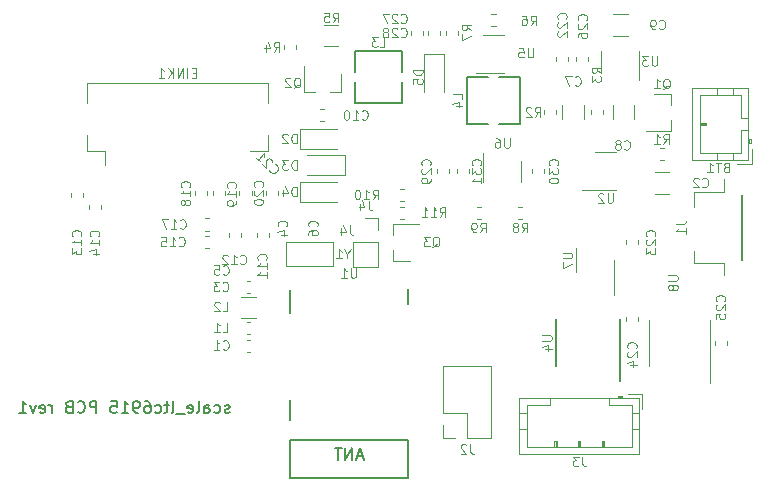
<source format=gbo>
G04 #@! TF.GenerationSoftware,KiCad,Pcbnew,5.1.5-52549c5~84~ubuntu18.04.1*
G04 #@! TF.CreationDate,2020-03-10T17:59:31+05:30*
G04 #@! TF.ProjectId,scale_ltc6915,7363616c-655f-46c7-9463-363931352e6b,rev?*
G04 #@! TF.SameCoordinates,Original*
G04 #@! TF.FileFunction,Legend,Bot*
G04 #@! TF.FilePolarity,Positive*
%FSLAX46Y46*%
G04 Gerber Fmt 4.6, Leading zero omitted, Abs format (unit mm)*
G04 Created by KiCad (PCBNEW 5.1.5-52549c5~84~ubuntu18.04.1) date 2020-03-10 17:59:31*
%MOMM*%
%LPD*%
G04 APERTURE LIST*
%ADD10C,0.150000*%
%ADD11C,0.120000*%
G04 APERTURE END LIST*
D10*
X35904761Y-44404761D02*
X35809523Y-44452380D01*
X35619047Y-44452380D01*
X35523809Y-44404761D01*
X35476190Y-44309523D01*
X35476190Y-44261904D01*
X35523809Y-44166666D01*
X35619047Y-44119047D01*
X35761904Y-44119047D01*
X35857142Y-44071428D01*
X35904761Y-43976190D01*
X35904761Y-43928571D01*
X35857142Y-43833333D01*
X35761904Y-43785714D01*
X35619047Y-43785714D01*
X35523809Y-43833333D01*
X34619047Y-44404761D02*
X34714285Y-44452380D01*
X34904761Y-44452380D01*
X35000000Y-44404761D01*
X35047619Y-44357142D01*
X35095238Y-44261904D01*
X35095238Y-43976190D01*
X35047619Y-43880952D01*
X35000000Y-43833333D01*
X34904761Y-43785714D01*
X34714285Y-43785714D01*
X34619047Y-43833333D01*
X33761904Y-44452380D02*
X33761904Y-43928571D01*
X33809523Y-43833333D01*
X33904761Y-43785714D01*
X34095238Y-43785714D01*
X34190476Y-43833333D01*
X33761904Y-44404761D02*
X33857142Y-44452380D01*
X34095238Y-44452380D01*
X34190476Y-44404761D01*
X34238095Y-44309523D01*
X34238095Y-44214285D01*
X34190476Y-44119047D01*
X34095238Y-44071428D01*
X33857142Y-44071428D01*
X33761904Y-44023809D01*
X33142857Y-44452380D02*
X33238095Y-44404761D01*
X33285714Y-44309523D01*
X33285714Y-43452380D01*
X32380952Y-44404761D02*
X32476190Y-44452380D01*
X32666666Y-44452380D01*
X32761904Y-44404761D01*
X32809523Y-44309523D01*
X32809523Y-43928571D01*
X32761904Y-43833333D01*
X32666666Y-43785714D01*
X32476190Y-43785714D01*
X32380952Y-43833333D01*
X32333333Y-43928571D01*
X32333333Y-44023809D01*
X32809523Y-44119047D01*
X32142857Y-44547619D02*
X31380952Y-44547619D01*
X31000000Y-44452380D02*
X31095238Y-44404761D01*
X31142857Y-44309523D01*
X31142857Y-43452380D01*
X30761904Y-43785714D02*
X30380952Y-43785714D01*
X30619047Y-43452380D02*
X30619047Y-44309523D01*
X30571428Y-44404761D01*
X30476190Y-44452380D01*
X30380952Y-44452380D01*
X29619047Y-44404761D02*
X29714285Y-44452380D01*
X29904761Y-44452380D01*
X30000000Y-44404761D01*
X30047619Y-44357142D01*
X30095238Y-44261904D01*
X30095238Y-43976190D01*
X30047619Y-43880952D01*
X30000000Y-43833333D01*
X29904761Y-43785714D01*
X29714285Y-43785714D01*
X29619047Y-43833333D01*
X28761904Y-43452380D02*
X28952380Y-43452380D01*
X29047619Y-43500000D01*
X29095238Y-43547619D01*
X29190476Y-43690476D01*
X29238095Y-43880952D01*
X29238095Y-44261904D01*
X29190476Y-44357142D01*
X29142857Y-44404761D01*
X29047619Y-44452380D01*
X28857142Y-44452380D01*
X28761904Y-44404761D01*
X28714285Y-44357142D01*
X28666666Y-44261904D01*
X28666666Y-44023809D01*
X28714285Y-43928571D01*
X28761904Y-43880952D01*
X28857142Y-43833333D01*
X29047619Y-43833333D01*
X29142857Y-43880952D01*
X29190476Y-43928571D01*
X29238095Y-44023809D01*
X28190476Y-44452380D02*
X28000000Y-44452380D01*
X27904761Y-44404761D01*
X27857142Y-44357142D01*
X27761904Y-44214285D01*
X27714285Y-44023809D01*
X27714285Y-43642857D01*
X27761904Y-43547619D01*
X27809523Y-43500000D01*
X27904761Y-43452380D01*
X28095238Y-43452380D01*
X28190476Y-43500000D01*
X28238095Y-43547619D01*
X28285714Y-43642857D01*
X28285714Y-43880952D01*
X28238095Y-43976190D01*
X28190476Y-44023809D01*
X28095238Y-44071428D01*
X27904761Y-44071428D01*
X27809523Y-44023809D01*
X27761904Y-43976190D01*
X27714285Y-43880952D01*
X26761904Y-44452380D02*
X27333333Y-44452380D01*
X27047619Y-44452380D02*
X27047619Y-43452380D01*
X27142857Y-43595238D01*
X27238095Y-43690476D01*
X27333333Y-43738095D01*
X25857142Y-43452380D02*
X26333333Y-43452380D01*
X26380952Y-43928571D01*
X26333333Y-43880952D01*
X26238095Y-43833333D01*
X26000000Y-43833333D01*
X25904761Y-43880952D01*
X25857142Y-43928571D01*
X25809523Y-44023809D01*
X25809523Y-44261904D01*
X25857142Y-44357142D01*
X25904761Y-44404761D01*
X26000000Y-44452380D01*
X26238095Y-44452380D01*
X26333333Y-44404761D01*
X26380952Y-44357142D01*
X24619047Y-44452380D02*
X24619047Y-43452380D01*
X24238095Y-43452380D01*
X24142857Y-43500000D01*
X24095238Y-43547619D01*
X24047619Y-43642857D01*
X24047619Y-43785714D01*
X24095238Y-43880952D01*
X24142857Y-43928571D01*
X24238095Y-43976190D01*
X24619047Y-43976190D01*
X23047619Y-44357142D02*
X23095238Y-44404761D01*
X23238095Y-44452380D01*
X23333333Y-44452380D01*
X23476190Y-44404761D01*
X23571428Y-44309523D01*
X23619047Y-44214285D01*
X23666666Y-44023809D01*
X23666666Y-43880952D01*
X23619047Y-43690476D01*
X23571428Y-43595238D01*
X23476190Y-43500000D01*
X23333333Y-43452380D01*
X23238095Y-43452380D01*
X23095238Y-43500000D01*
X23047619Y-43547619D01*
X22285714Y-43928571D02*
X22142857Y-43976190D01*
X22095238Y-44023809D01*
X22047619Y-44119047D01*
X22047619Y-44261904D01*
X22095238Y-44357142D01*
X22142857Y-44404761D01*
X22238095Y-44452380D01*
X22619047Y-44452380D01*
X22619047Y-43452380D01*
X22285714Y-43452380D01*
X22190476Y-43500000D01*
X22142857Y-43547619D01*
X22095238Y-43642857D01*
X22095238Y-43738095D01*
X22142857Y-43833333D01*
X22190476Y-43880952D01*
X22285714Y-43928571D01*
X22619047Y-43928571D01*
X20857142Y-44452380D02*
X20857142Y-43785714D01*
X20857142Y-43976190D02*
X20809523Y-43880952D01*
X20761904Y-43833333D01*
X20666666Y-43785714D01*
X20571428Y-43785714D01*
X19857142Y-44404761D02*
X19952380Y-44452380D01*
X20142857Y-44452380D01*
X20238095Y-44404761D01*
X20285714Y-44309523D01*
X20285714Y-43928571D01*
X20238095Y-43833333D01*
X20142857Y-43785714D01*
X19952380Y-43785714D01*
X19857142Y-43833333D01*
X19809523Y-43928571D01*
X19809523Y-44023809D01*
X20285714Y-44119047D01*
X19476190Y-43785714D02*
X19238095Y-44452380D01*
X19000000Y-43785714D01*
X18095238Y-44452380D02*
X18666666Y-44452380D01*
X18380952Y-44452380D02*
X18380952Y-43452380D01*
X18476190Y-43595238D01*
X18571428Y-43690476D01*
X18666666Y-43738095D01*
D11*
X70510000Y-36671267D02*
X70510000Y-36328733D01*
X69490000Y-36671267D02*
X69490000Y-36328733D01*
X37337221Y-38240000D02*
X37662779Y-38240000D01*
X37337221Y-39260000D02*
X37662779Y-39260000D01*
X71897936Y-25910000D02*
X73102064Y-25910000D01*
X71897936Y-24090000D02*
X73102064Y-24090000D01*
X37337221Y-34310000D02*
X37662779Y-34310000D01*
X37337221Y-33290000D02*
X37662779Y-33290000D01*
X65910000Y-19602064D02*
X65910000Y-18397936D01*
X64090000Y-19602064D02*
X64090000Y-18397936D01*
X70160000Y-18397936D02*
X70160000Y-19602064D01*
X68340000Y-18397936D02*
X68340000Y-19602064D01*
X68397936Y-12510000D02*
X69602064Y-12510000D01*
X68397936Y-10690000D02*
X69602064Y-10690000D01*
X43578733Y-19760000D02*
X43921267Y-19760000D01*
X43578733Y-18740000D02*
X43921267Y-18740000D01*
X38190000Y-29178733D02*
X38190000Y-29521267D01*
X39210000Y-29178733D02*
X39210000Y-29521267D01*
X35815000Y-29178733D02*
X35815000Y-29521267D01*
X36835000Y-29178733D02*
X36835000Y-29521267D01*
X23510000Y-25828733D02*
X23510000Y-26171267D01*
X22490000Y-25828733D02*
X22490000Y-26171267D01*
X23990000Y-26828733D02*
X23990000Y-27171267D01*
X25010000Y-26828733D02*
X25010000Y-27171267D01*
X33828733Y-30510000D02*
X34171267Y-30510000D01*
X33828733Y-29490000D02*
X34171267Y-29490000D01*
X33828733Y-27990000D02*
X34171267Y-27990000D01*
X33828733Y-29010000D02*
X34171267Y-29010000D01*
X32990000Y-25678733D02*
X32990000Y-26021267D01*
X34010000Y-25678733D02*
X34010000Y-26021267D01*
X35510000Y-25678733D02*
X35510000Y-26021267D01*
X34490000Y-25678733D02*
X34490000Y-26021267D01*
X37760000Y-25678733D02*
X37760000Y-26021267D01*
X36740000Y-25678733D02*
X36740000Y-26021267D01*
X40010000Y-25678733D02*
X40010000Y-26021267D01*
X38990000Y-25678733D02*
X38990000Y-26021267D01*
X41850000Y-22100000D02*
X41850000Y-20400000D01*
X41850000Y-20400000D02*
X45000000Y-20400000D01*
X41850000Y-22100000D02*
X45000000Y-22100000D01*
X45650000Y-22650000D02*
X42500000Y-22650000D01*
X45650000Y-24350000D02*
X42500000Y-24350000D01*
X45650000Y-22650000D02*
X45650000Y-24350000D01*
X41850000Y-26600000D02*
X41850000Y-24900000D01*
X41850000Y-24900000D02*
X45000000Y-24900000D01*
X41850000Y-26600000D02*
X45000000Y-26600000D01*
X25340000Y-22300000D02*
X23850000Y-22300000D01*
X23850000Y-22300000D02*
X23850000Y-20960000D01*
X37660000Y-22300000D02*
X39150000Y-22300000D01*
X39150000Y-22300000D02*
X39150000Y-20960000D01*
X23850000Y-18240000D02*
X23850000Y-16500000D01*
X23850000Y-16500000D02*
X39150000Y-16500000D01*
X39150000Y-16500000D02*
X39150000Y-18240000D01*
X25340000Y-22300000D02*
X25340000Y-23500000D01*
X75250000Y-27000000D02*
X75250000Y-25750000D01*
X75290000Y-25750000D02*
X77750000Y-25750000D01*
X77750000Y-25750000D02*
X77750000Y-24640000D01*
X75250000Y-30750000D02*
X75250000Y-31750000D01*
X75250000Y-31750000D02*
X77750000Y-31750000D01*
X77750000Y-31750000D02*
X77750000Y-32750000D01*
D10*
X79250000Y-26000000D02*
X79250000Y-31500000D01*
D11*
X37662779Y-36740000D02*
X37337221Y-36740000D01*
X37662779Y-37760000D02*
X37337221Y-37760000D01*
X38100000Y-34620000D02*
X36900000Y-34620000D01*
X36900000Y-36380000D02*
X38100000Y-36380000D01*
D10*
X50500000Y-15550000D02*
X50500000Y-13800000D01*
X50500000Y-13800000D02*
X46500000Y-13800000D01*
X46500000Y-13800000D02*
X46500000Y-15550000D01*
X50500000Y-16450000D02*
X50500000Y-18250000D01*
X50500000Y-18250000D02*
X46500000Y-18250000D01*
X46500000Y-18250000D02*
X46500000Y-16450000D01*
D11*
X73285000Y-17445000D02*
X73285000Y-18375000D01*
X73285000Y-20605000D02*
X73285000Y-19675000D01*
X73285000Y-20605000D02*
X71125000Y-20605000D01*
X73285000Y-17445000D02*
X71825000Y-17445000D01*
X45330000Y-17260000D02*
X44400000Y-17260000D01*
X42170000Y-17260000D02*
X43100000Y-17260000D01*
X42170000Y-17260000D02*
X42170000Y-15100000D01*
X45330000Y-17260000D02*
X45330000Y-15800000D01*
X72328733Y-23010000D02*
X72671267Y-23010000D01*
X72328733Y-21990000D02*
X72671267Y-21990000D01*
X63510000Y-19171267D02*
X63510000Y-18828733D01*
X62490000Y-19171267D02*
X62490000Y-18828733D01*
X67510000Y-18828733D02*
X67510000Y-19171267D01*
X66490000Y-18828733D02*
X66490000Y-19171267D01*
X40490000Y-13671267D02*
X40490000Y-13328733D01*
X41510000Y-13671267D02*
X41510000Y-13328733D01*
D10*
X51000000Y-46750000D02*
X41000000Y-46750000D01*
X41000000Y-50000000D02*
X51000000Y-50000000D01*
X40996200Y-43319400D02*
X40996200Y-45072000D01*
X40996200Y-49999600D02*
X40996200Y-46748400D01*
X40996200Y-34023000D02*
X40996200Y-35953400D01*
X51003800Y-33997600D02*
X51003800Y-35267600D01*
X51003800Y-49999600D02*
X51003800Y-46748400D01*
D11*
X66850000Y-22390000D02*
X68650000Y-22390000D01*
X68650000Y-25610000D02*
X65700000Y-25610000D01*
X40700000Y-30000000D02*
X44700000Y-30000000D01*
X44700000Y-30000000D02*
X44700000Y-32000000D01*
X44700000Y-32000000D02*
X40700000Y-32000000D01*
X40700000Y-32000000D02*
X40700000Y-30000000D01*
X79810000Y-23060000D02*
X75090000Y-23060000D01*
X75090000Y-23060000D02*
X75090000Y-16940000D01*
X75090000Y-16940000D02*
X79810000Y-16940000D01*
X79810000Y-16940000D02*
X79810000Y-23060000D01*
X79810000Y-21300000D02*
X80010000Y-21300000D01*
X80010000Y-21300000D02*
X80010000Y-21600000D01*
X80010000Y-21600000D02*
X79810000Y-21600000D01*
X79910000Y-21300000D02*
X79910000Y-21600000D01*
X79810000Y-20500000D02*
X79200000Y-20500000D01*
X79200000Y-20500000D02*
X79200000Y-22450000D01*
X79200000Y-22450000D02*
X75700000Y-22450000D01*
X75700000Y-22450000D02*
X75700000Y-17550000D01*
X75700000Y-17550000D02*
X79200000Y-17550000D01*
X79200000Y-17550000D02*
X79200000Y-19500000D01*
X79200000Y-19500000D02*
X79810000Y-19500000D01*
X78500000Y-23060000D02*
X78500000Y-22450000D01*
X77200000Y-23060000D02*
X77200000Y-22450000D01*
X78500000Y-16940000D02*
X78500000Y-17550000D01*
X77200000Y-16940000D02*
X77200000Y-17550000D01*
X75700000Y-20100000D02*
X76200000Y-20100000D01*
X76200000Y-20100000D02*
X76200000Y-19900000D01*
X76200000Y-19900000D02*
X75700000Y-19900000D01*
X75700000Y-20000000D02*
X76200000Y-20000000D01*
X80110000Y-22110000D02*
X80110000Y-23360000D01*
X80110000Y-23360000D02*
X78860000Y-23360000D01*
X53940000Y-40440000D02*
X58060000Y-40440000D01*
X53940000Y-44500000D02*
X53940000Y-40440000D01*
X58060000Y-46560000D02*
X58060000Y-40440000D01*
X53940000Y-44500000D02*
X56000000Y-44500000D01*
X56000000Y-44500000D02*
X56000000Y-46560000D01*
X56000000Y-46560000D02*
X58060000Y-46560000D01*
X53940000Y-45500000D02*
X53940000Y-46560000D01*
X53940000Y-46560000D02*
X55000000Y-46560000D01*
X70560000Y-43190000D02*
X70560000Y-47910000D01*
X70560000Y-47910000D02*
X60440000Y-47910000D01*
X60440000Y-47910000D02*
X60440000Y-43190000D01*
X60440000Y-43190000D02*
X70560000Y-43190000D01*
X68800000Y-43190000D02*
X68800000Y-42990000D01*
X68800000Y-42990000D02*
X69100000Y-42990000D01*
X69100000Y-42990000D02*
X69100000Y-43190000D01*
X68800000Y-43090000D02*
X69100000Y-43090000D01*
X68000000Y-43190000D02*
X68000000Y-43800000D01*
X68000000Y-43800000D02*
X69950000Y-43800000D01*
X69950000Y-43800000D02*
X69950000Y-47300000D01*
X69950000Y-47300000D02*
X61050000Y-47300000D01*
X61050000Y-47300000D02*
X61050000Y-43800000D01*
X61050000Y-43800000D02*
X63000000Y-43800000D01*
X63000000Y-43800000D02*
X63000000Y-43190000D01*
X70560000Y-44500000D02*
X69950000Y-44500000D01*
X70560000Y-45800000D02*
X69950000Y-45800000D01*
X60440000Y-44500000D02*
X61050000Y-44500000D01*
X60440000Y-45800000D02*
X61050000Y-45800000D01*
X67600000Y-47300000D02*
X67600000Y-46800000D01*
X67600000Y-46800000D02*
X67400000Y-46800000D01*
X67400000Y-46800000D02*
X67400000Y-47300000D01*
X67500000Y-47300000D02*
X67500000Y-46800000D01*
X65600000Y-47300000D02*
X65600000Y-46800000D01*
X65600000Y-46800000D02*
X65400000Y-46800000D01*
X65400000Y-46800000D02*
X65400000Y-47300000D01*
X65500000Y-47300000D02*
X65500000Y-46800000D01*
X63600000Y-47300000D02*
X63600000Y-46800000D01*
X63600000Y-46800000D02*
X63400000Y-46800000D01*
X63400000Y-46800000D02*
X63400000Y-47300000D01*
X63500000Y-47300000D02*
X63500000Y-46800000D01*
X69610000Y-42890000D02*
X70860000Y-42890000D01*
X70860000Y-42890000D02*
X70860000Y-44140000D01*
X64535000Y-14671267D02*
X64535000Y-14328733D01*
X63515000Y-14671267D02*
X63515000Y-14328733D01*
X66285000Y-14671267D02*
X66285000Y-14328733D01*
X65265000Y-14671267D02*
X65265000Y-14328733D01*
X52740000Y-12421267D02*
X52740000Y-12078733D01*
X53760000Y-12421267D02*
X53760000Y-12078733D01*
X52260000Y-12421267D02*
X52260000Y-12078733D01*
X51240000Y-12421267D02*
X51240000Y-12078733D01*
X54510000Y-23828733D02*
X54510000Y-24171267D01*
X53490000Y-23828733D02*
X53490000Y-24171267D01*
X62510000Y-24171267D02*
X62510000Y-23828733D01*
X61490000Y-24171267D02*
X61490000Y-23828733D01*
X56210000Y-23828733D02*
X56210000Y-24171267D01*
X55190000Y-23828733D02*
X55190000Y-24171267D01*
X52400000Y-14100000D02*
X54100000Y-14100000D01*
X54100000Y-14100000D02*
X54100000Y-17250000D01*
X52400000Y-14100000D02*
X52400000Y-17250000D01*
D10*
X58725000Y-20000000D02*
X60475000Y-20000000D01*
X60475000Y-20000000D02*
X60475000Y-16000000D01*
X60475000Y-16000000D02*
X58725000Y-16000000D01*
X57825000Y-20000000D02*
X56025000Y-20000000D01*
X56025000Y-20000000D02*
X56025000Y-16000000D01*
X56025000Y-16000000D02*
X57825000Y-16000000D01*
D11*
X58078733Y-11735000D02*
X58421267Y-11735000D01*
X58078733Y-10715000D02*
X58421267Y-10715000D01*
X54240000Y-12421267D02*
X54240000Y-12078733D01*
X55260000Y-12421267D02*
X55260000Y-12078733D01*
X60328733Y-28010000D02*
X60671267Y-28010000D01*
X60328733Y-26990000D02*
X60671267Y-26990000D01*
X57171267Y-28010000D02*
X56828733Y-28010000D01*
X57171267Y-26990000D02*
X56828733Y-26990000D01*
X57375000Y-12415000D02*
X59175000Y-12415000D01*
X59175000Y-15635000D02*
X56725000Y-15635000D01*
X57390000Y-24900000D02*
X57390000Y-22450000D01*
X60610000Y-23100000D02*
X60610000Y-24900000D01*
X70510000Y-29828733D02*
X70510000Y-30171267D01*
X69490000Y-29828733D02*
X69490000Y-30171267D01*
X76990000Y-38328733D02*
X76990000Y-38671267D01*
X78010000Y-38328733D02*
X78010000Y-38671267D01*
D10*
X63525000Y-40500000D02*
X63525000Y-36500000D01*
X68925000Y-41775000D02*
X68925000Y-36500000D01*
D11*
X65230000Y-30500000D02*
X65230000Y-32500000D01*
X68470000Y-31500000D02*
X68470000Y-34500000D01*
X71440000Y-38500000D02*
X71440000Y-36550000D01*
X71440000Y-38500000D02*
X71440000Y-40450000D01*
X76560000Y-38500000D02*
X76560000Y-36550000D01*
X76560000Y-38500000D02*
X76560000Y-41950000D01*
X67390000Y-15600000D02*
X67390000Y-13800000D01*
X70610000Y-13800000D02*
X70610000Y-16250000D01*
X45102064Y-11590000D02*
X43897936Y-11590000D01*
X45102064Y-13410000D02*
X43897936Y-13410000D01*
X49740000Y-31580000D02*
X49740000Y-30650000D01*
X49740000Y-28420000D02*
X49740000Y-29350000D01*
X49740000Y-28420000D02*
X51900000Y-28420000D01*
X49740000Y-31580000D02*
X51200000Y-31580000D01*
X50328733Y-25490000D02*
X50671267Y-25490000D01*
X50328733Y-26510000D02*
X50671267Y-26510000D01*
X50671267Y-26990000D02*
X50328733Y-26990000D01*
X50671267Y-28010000D02*
X50328733Y-28010000D01*
X48460000Y-32060000D02*
X46340000Y-32060000D01*
X48460000Y-30000000D02*
X48460000Y-32060000D01*
X46340000Y-30000000D02*
X46340000Y-32060000D01*
X48460000Y-30000000D02*
X46340000Y-30000000D01*
X48460000Y-29000000D02*
X48460000Y-27940000D01*
X48460000Y-27940000D02*
X47400000Y-27940000D01*
X70285714Y-38985714D02*
X70323809Y-38947619D01*
X70361904Y-38833333D01*
X70361904Y-38757142D01*
X70323809Y-38642857D01*
X70247619Y-38566666D01*
X70171428Y-38528571D01*
X70019047Y-38490476D01*
X69904761Y-38490476D01*
X69752380Y-38528571D01*
X69676190Y-38566666D01*
X69600000Y-38642857D01*
X69561904Y-38757142D01*
X69561904Y-38833333D01*
X69600000Y-38947619D01*
X69638095Y-38985714D01*
X69638095Y-39290476D02*
X69600000Y-39328571D01*
X69561904Y-39404761D01*
X69561904Y-39595238D01*
X69600000Y-39671428D01*
X69638095Y-39709523D01*
X69714285Y-39747619D01*
X69790476Y-39747619D01*
X69904761Y-39709523D01*
X70361904Y-39252380D01*
X70361904Y-39747619D01*
X69828571Y-40433333D02*
X70361904Y-40433333D01*
X69523809Y-40242857D02*
X70095238Y-40052380D01*
X70095238Y-40547619D01*
X35333333Y-39035714D02*
X35371428Y-39073809D01*
X35485714Y-39111904D01*
X35561904Y-39111904D01*
X35676190Y-39073809D01*
X35752380Y-38997619D01*
X35790476Y-38921428D01*
X35828571Y-38769047D01*
X35828571Y-38654761D01*
X35790476Y-38502380D01*
X35752380Y-38426190D01*
X35676190Y-38350000D01*
X35561904Y-38311904D01*
X35485714Y-38311904D01*
X35371428Y-38350000D01*
X35333333Y-38388095D01*
X34571428Y-39111904D02*
X35028571Y-39111904D01*
X34800000Y-39111904D02*
X34800000Y-38311904D01*
X34876190Y-38426190D01*
X34952380Y-38502380D01*
X35028571Y-38540476D01*
X75933333Y-25285714D02*
X75971428Y-25323809D01*
X76085714Y-25361904D01*
X76161904Y-25361904D01*
X76276190Y-25323809D01*
X76352380Y-25247619D01*
X76390476Y-25171428D01*
X76428571Y-25019047D01*
X76428571Y-24904761D01*
X76390476Y-24752380D01*
X76352380Y-24676190D01*
X76276190Y-24600000D01*
X76161904Y-24561904D01*
X76085714Y-24561904D01*
X75971428Y-24600000D01*
X75933333Y-24638095D01*
X75628571Y-24638095D02*
X75590476Y-24600000D01*
X75514285Y-24561904D01*
X75323809Y-24561904D01*
X75247619Y-24600000D01*
X75209523Y-24638095D01*
X75171428Y-24714285D01*
X75171428Y-24790476D01*
X75209523Y-24904761D01*
X75666666Y-25361904D01*
X75171428Y-25361904D01*
X35308333Y-34085714D02*
X35346428Y-34123809D01*
X35460714Y-34161904D01*
X35536904Y-34161904D01*
X35651190Y-34123809D01*
X35727380Y-34047619D01*
X35765476Y-33971428D01*
X35803571Y-33819047D01*
X35803571Y-33704761D01*
X35765476Y-33552380D01*
X35727380Y-33476190D01*
X35651190Y-33400000D01*
X35536904Y-33361904D01*
X35460714Y-33361904D01*
X35346428Y-33400000D01*
X35308333Y-33438095D01*
X35041666Y-33361904D02*
X34546428Y-33361904D01*
X34813095Y-33666666D01*
X34698809Y-33666666D01*
X34622619Y-33704761D01*
X34584523Y-33742857D01*
X34546428Y-33819047D01*
X34546428Y-34009523D01*
X34584523Y-34085714D01*
X34622619Y-34123809D01*
X34698809Y-34161904D01*
X34927380Y-34161904D01*
X35003571Y-34123809D01*
X35041666Y-34085714D01*
X40685714Y-28666666D02*
X40723809Y-28628571D01*
X40761904Y-28514285D01*
X40761904Y-28438095D01*
X40723809Y-28323809D01*
X40647619Y-28247619D01*
X40571428Y-28209523D01*
X40419047Y-28171428D01*
X40304761Y-28171428D01*
X40152380Y-28209523D01*
X40076190Y-28247619D01*
X40000000Y-28323809D01*
X39961904Y-28438095D01*
X39961904Y-28514285D01*
X40000000Y-28628571D01*
X40038095Y-28666666D01*
X40228571Y-29352380D02*
X40761904Y-29352380D01*
X39923809Y-29161904D02*
X40495238Y-28971428D01*
X40495238Y-29466666D01*
X35333333Y-32685714D02*
X35371428Y-32723809D01*
X35485714Y-32761904D01*
X35561904Y-32761904D01*
X35676190Y-32723809D01*
X35752380Y-32647619D01*
X35790476Y-32571428D01*
X35828571Y-32419047D01*
X35828571Y-32304761D01*
X35790476Y-32152380D01*
X35752380Y-32076190D01*
X35676190Y-32000000D01*
X35561904Y-31961904D01*
X35485714Y-31961904D01*
X35371428Y-32000000D01*
X35333333Y-32038095D01*
X34609523Y-31961904D02*
X34990476Y-31961904D01*
X35028571Y-32342857D01*
X34990476Y-32304761D01*
X34914285Y-32266666D01*
X34723809Y-32266666D01*
X34647619Y-32304761D01*
X34609523Y-32342857D01*
X34571428Y-32419047D01*
X34571428Y-32609523D01*
X34609523Y-32685714D01*
X34647619Y-32723809D01*
X34723809Y-32761904D01*
X34914285Y-32761904D01*
X34990476Y-32723809D01*
X35028571Y-32685714D01*
X43285714Y-28666666D02*
X43323809Y-28628571D01*
X43361904Y-28514285D01*
X43361904Y-28438095D01*
X43323809Y-28323809D01*
X43247619Y-28247619D01*
X43171428Y-28209523D01*
X43019047Y-28171428D01*
X42904761Y-28171428D01*
X42752380Y-28209523D01*
X42676190Y-28247619D01*
X42600000Y-28323809D01*
X42561904Y-28438095D01*
X42561904Y-28514285D01*
X42600000Y-28628571D01*
X42638095Y-28666666D01*
X42561904Y-29352380D02*
X42561904Y-29200000D01*
X42600000Y-29123809D01*
X42638095Y-29085714D01*
X42752380Y-29009523D01*
X42904761Y-28971428D01*
X43209523Y-28971428D01*
X43285714Y-29009523D01*
X43323809Y-29047619D01*
X43361904Y-29123809D01*
X43361904Y-29276190D01*
X43323809Y-29352380D01*
X43285714Y-29390476D01*
X43209523Y-29428571D01*
X43019047Y-29428571D01*
X42942857Y-29390476D01*
X42904761Y-29352380D01*
X42866666Y-29276190D01*
X42866666Y-29123809D01*
X42904761Y-29047619D01*
X42942857Y-29009523D01*
X43019047Y-28971428D01*
X65133333Y-16685714D02*
X65171428Y-16723809D01*
X65285714Y-16761904D01*
X65361904Y-16761904D01*
X65476190Y-16723809D01*
X65552380Y-16647619D01*
X65590476Y-16571428D01*
X65628571Y-16419047D01*
X65628571Y-16304761D01*
X65590476Y-16152380D01*
X65552380Y-16076190D01*
X65476190Y-16000000D01*
X65361904Y-15961904D01*
X65285714Y-15961904D01*
X65171428Y-16000000D01*
X65133333Y-16038095D01*
X64866666Y-15961904D02*
X64333333Y-15961904D01*
X64676190Y-16761904D01*
X69333333Y-22085714D02*
X69371428Y-22123809D01*
X69485714Y-22161904D01*
X69561904Y-22161904D01*
X69676190Y-22123809D01*
X69752380Y-22047619D01*
X69790476Y-21971428D01*
X69828571Y-21819047D01*
X69828571Y-21704761D01*
X69790476Y-21552380D01*
X69752380Y-21476190D01*
X69676190Y-21400000D01*
X69561904Y-21361904D01*
X69485714Y-21361904D01*
X69371428Y-21400000D01*
X69333333Y-21438095D01*
X68876190Y-21704761D02*
X68952380Y-21666666D01*
X68990476Y-21628571D01*
X69028571Y-21552380D01*
X69028571Y-21514285D01*
X68990476Y-21438095D01*
X68952380Y-21400000D01*
X68876190Y-21361904D01*
X68723809Y-21361904D01*
X68647619Y-21400000D01*
X68609523Y-21438095D01*
X68571428Y-21514285D01*
X68571428Y-21552380D01*
X68609523Y-21628571D01*
X68647619Y-21666666D01*
X68723809Y-21704761D01*
X68876190Y-21704761D01*
X68952380Y-21742857D01*
X68990476Y-21780952D01*
X69028571Y-21857142D01*
X69028571Y-22009523D01*
X68990476Y-22085714D01*
X68952380Y-22123809D01*
X68876190Y-22161904D01*
X68723809Y-22161904D01*
X68647619Y-22123809D01*
X68609523Y-22085714D01*
X68571428Y-22009523D01*
X68571428Y-21857142D01*
X68609523Y-21780952D01*
X68647619Y-21742857D01*
X68723809Y-21704761D01*
X72283333Y-11885714D02*
X72321428Y-11923809D01*
X72435714Y-11961904D01*
X72511904Y-11961904D01*
X72626190Y-11923809D01*
X72702380Y-11847619D01*
X72740476Y-11771428D01*
X72778571Y-11619047D01*
X72778571Y-11504761D01*
X72740476Y-11352380D01*
X72702380Y-11276190D01*
X72626190Y-11200000D01*
X72511904Y-11161904D01*
X72435714Y-11161904D01*
X72321428Y-11200000D01*
X72283333Y-11238095D01*
X71902380Y-11961904D02*
X71750000Y-11961904D01*
X71673809Y-11923809D01*
X71635714Y-11885714D01*
X71559523Y-11771428D01*
X71521428Y-11619047D01*
X71521428Y-11314285D01*
X71559523Y-11238095D01*
X71597619Y-11200000D01*
X71673809Y-11161904D01*
X71826190Y-11161904D01*
X71902380Y-11200000D01*
X71940476Y-11238095D01*
X71978571Y-11314285D01*
X71978571Y-11504761D01*
X71940476Y-11580952D01*
X71902380Y-11619047D01*
X71826190Y-11657142D01*
X71673809Y-11657142D01*
X71597619Y-11619047D01*
X71559523Y-11580952D01*
X71521428Y-11504761D01*
X47114285Y-19535714D02*
X47152380Y-19573809D01*
X47266666Y-19611904D01*
X47342857Y-19611904D01*
X47457142Y-19573809D01*
X47533333Y-19497619D01*
X47571428Y-19421428D01*
X47609523Y-19269047D01*
X47609523Y-19154761D01*
X47571428Y-19002380D01*
X47533333Y-18926190D01*
X47457142Y-18850000D01*
X47342857Y-18811904D01*
X47266666Y-18811904D01*
X47152380Y-18850000D01*
X47114285Y-18888095D01*
X46352380Y-19611904D02*
X46809523Y-19611904D01*
X46580952Y-19611904D02*
X46580952Y-18811904D01*
X46657142Y-18926190D01*
X46733333Y-19002380D01*
X46809523Y-19040476D01*
X45857142Y-18811904D02*
X45780952Y-18811904D01*
X45704761Y-18850000D01*
X45666666Y-18888095D01*
X45628571Y-18964285D01*
X45590476Y-19116666D01*
X45590476Y-19307142D01*
X45628571Y-19459523D01*
X45666666Y-19535714D01*
X45704761Y-19573809D01*
X45780952Y-19611904D01*
X45857142Y-19611904D01*
X45933333Y-19573809D01*
X45971428Y-19535714D01*
X46009523Y-19459523D01*
X46047619Y-19307142D01*
X46047619Y-19116666D01*
X46009523Y-18964285D01*
X45971428Y-18888095D01*
X45933333Y-18850000D01*
X45857142Y-18811904D01*
X38985714Y-31485714D02*
X39023809Y-31447619D01*
X39061904Y-31333333D01*
X39061904Y-31257142D01*
X39023809Y-31142857D01*
X38947619Y-31066666D01*
X38871428Y-31028571D01*
X38719047Y-30990476D01*
X38604761Y-30990476D01*
X38452380Y-31028571D01*
X38376190Y-31066666D01*
X38300000Y-31142857D01*
X38261904Y-31257142D01*
X38261904Y-31333333D01*
X38300000Y-31447619D01*
X38338095Y-31485714D01*
X39061904Y-32247619D02*
X39061904Y-31790476D01*
X39061904Y-32019047D02*
X38261904Y-32019047D01*
X38376190Y-31942857D01*
X38452380Y-31866666D01*
X38490476Y-31790476D01*
X39061904Y-33009523D02*
X39061904Y-32552380D01*
X39061904Y-32780952D02*
X38261904Y-32780952D01*
X38376190Y-32704761D01*
X38452380Y-32628571D01*
X38490476Y-32552380D01*
X36814285Y-31785714D02*
X36852380Y-31823809D01*
X36966666Y-31861904D01*
X37042857Y-31861904D01*
X37157142Y-31823809D01*
X37233333Y-31747619D01*
X37271428Y-31671428D01*
X37309523Y-31519047D01*
X37309523Y-31404761D01*
X37271428Y-31252380D01*
X37233333Y-31176190D01*
X37157142Y-31100000D01*
X37042857Y-31061904D01*
X36966666Y-31061904D01*
X36852380Y-31100000D01*
X36814285Y-31138095D01*
X36052380Y-31861904D02*
X36509523Y-31861904D01*
X36280952Y-31861904D02*
X36280952Y-31061904D01*
X36357142Y-31176190D01*
X36433333Y-31252380D01*
X36509523Y-31290476D01*
X35747619Y-31138095D02*
X35709523Y-31100000D01*
X35633333Y-31061904D01*
X35442857Y-31061904D01*
X35366666Y-31100000D01*
X35328571Y-31138095D01*
X35290476Y-31214285D01*
X35290476Y-31290476D01*
X35328571Y-31404761D01*
X35785714Y-31861904D01*
X35290476Y-31861904D01*
X23285714Y-29485714D02*
X23323809Y-29447619D01*
X23361904Y-29333333D01*
X23361904Y-29257142D01*
X23323809Y-29142857D01*
X23247619Y-29066666D01*
X23171428Y-29028571D01*
X23019047Y-28990476D01*
X22904761Y-28990476D01*
X22752380Y-29028571D01*
X22676190Y-29066666D01*
X22600000Y-29142857D01*
X22561904Y-29257142D01*
X22561904Y-29333333D01*
X22600000Y-29447619D01*
X22638095Y-29485714D01*
X23361904Y-30247619D02*
X23361904Y-29790476D01*
X23361904Y-30019047D02*
X22561904Y-30019047D01*
X22676190Y-29942857D01*
X22752380Y-29866666D01*
X22790476Y-29790476D01*
X22561904Y-30514285D02*
X22561904Y-31009523D01*
X22866666Y-30742857D01*
X22866666Y-30857142D01*
X22904761Y-30933333D01*
X22942857Y-30971428D01*
X23019047Y-31009523D01*
X23209523Y-31009523D01*
X23285714Y-30971428D01*
X23323809Y-30933333D01*
X23361904Y-30857142D01*
X23361904Y-30628571D01*
X23323809Y-30552380D01*
X23285714Y-30514285D01*
X24785714Y-29510714D02*
X24823809Y-29472619D01*
X24861904Y-29358333D01*
X24861904Y-29282142D01*
X24823809Y-29167857D01*
X24747619Y-29091666D01*
X24671428Y-29053571D01*
X24519047Y-29015476D01*
X24404761Y-29015476D01*
X24252380Y-29053571D01*
X24176190Y-29091666D01*
X24100000Y-29167857D01*
X24061904Y-29282142D01*
X24061904Y-29358333D01*
X24100000Y-29472619D01*
X24138095Y-29510714D01*
X24861904Y-30272619D02*
X24861904Y-29815476D01*
X24861904Y-30044047D02*
X24061904Y-30044047D01*
X24176190Y-29967857D01*
X24252380Y-29891666D01*
X24290476Y-29815476D01*
X24328571Y-30958333D02*
X24861904Y-30958333D01*
X24023809Y-30767857D02*
X24595238Y-30577380D01*
X24595238Y-31072619D01*
X31614285Y-30285714D02*
X31652380Y-30323809D01*
X31766666Y-30361904D01*
X31842857Y-30361904D01*
X31957142Y-30323809D01*
X32033333Y-30247619D01*
X32071428Y-30171428D01*
X32109523Y-30019047D01*
X32109523Y-29904761D01*
X32071428Y-29752380D01*
X32033333Y-29676190D01*
X31957142Y-29600000D01*
X31842857Y-29561904D01*
X31766666Y-29561904D01*
X31652380Y-29600000D01*
X31614285Y-29638095D01*
X30852380Y-30361904D02*
X31309523Y-30361904D01*
X31080952Y-30361904D02*
X31080952Y-29561904D01*
X31157142Y-29676190D01*
X31233333Y-29752380D01*
X31309523Y-29790476D01*
X30128571Y-29561904D02*
X30509523Y-29561904D01*
X30547619Y-29942857D01*
X30509523Y-29904761D01*
X30433333Y-29866666D01*
X30242857Y-29866666D01*
X30166666Y-29904761D01*
X30128571Y-29942857D01*
X30090476Y-30019047D01*
X30090476Y-30209523D01*
X30128571Y-30285714D01*
X30166666Y-30323809D01*
X30242857Y-30361904D01*
X30433333Y-30361904D01*
X30509523Y-30323809D01*
X30547619Y-30285714D01*
X31714285Y-28785714D02*
X31752380Y-28823809D01*
X31866666Y-28861904D01*
X31942857Y-28861904D01*
X32057142Y-28823809D01*
X32133333Y-28747619D01*
X32171428Y-28671428D01*
X32209523Y-28519047D01*
X32209523Y-28404761D01*
X32171428Y-28252380D01*
X32133333Y-28176190D01*
X32057142Y-28100000D01*
X31942857Y-28061904D01*
X31866666Y-28061904D01*
X31752380Y-28100000D01*
X31714285Y-28138095D01*
X30952380Y-28861904D02*
X31409523Y-28861904D01*
X31180952Y-28861904D02*
X31180952Y-28061904D01*
X31257142Y-28176190D01*
X31333333Y-28252380D01*
X31409523Y-28290476D01*
X30685714Y-28061904D02*
X30152380Y-28061904D01*
X30495238Y-28861904D01*
X32485714Y-25335714D02*
X32523809Y-25297619D01*
X32561904Y-25183333D01*
X32561904Y-25107142D01*
X32523809Y-24992857D01*
X32447619Y-24916666D01*
X32371428Y-24878571D01*
X32219047Y-24840476D01*
X32104761Y-24840476D01*
X31952380Y-24878571D01*
X31876190Y-24916666D01*
X31800000Y-24992857D01*
X31761904Y-25107142D01*
X31761904Y-25183333D01*
X31800000Y-25297619D01*
X31838095Y-25335714D01*
X32561904Y-26097619D02*
X32561904Y-25640476D01*
X32561904Y-25869047D02*
X31761904Y-25869047D01*
X31876190Y-25792857D01*
X31952380Y-25716666D01*
X31990476Y-25640476D01*
X32104761Y-26554761D02*
X32066666Y-26478571D01*
X32028571Y-26440476D01*
X31952380Y-26402380D01*
X31914285Y-26402380D01*
X31838095Y-26440476D01*
X31800000Y-26478571D01*
X31761904Y-26554761D01*
X31761904Y-26707142D01*
X31800000Y-26783333D01*
X31838095Y-26821428D01*
X31914285Y-26859523D01*
X31952380Y-26859523D01*
X32028571Y-26821428D01*
X32066666Y-26783333D01*
X32104761Y-26707142D01*
X32104761Y-26554761D01*
X32142857Y-26478571D01*
X32180952Y-26440476D01*
X32257142Y-26402380D01*
X32409523Y-26402380D01*
X32485714Y-26440476D01*
X32523809Y-26478571D01*
X32561904Y-26554761D01*
X32561904Y-26707142D01*
X32523809Y-26783333D01*
X32485714Y-26821428D01*
X32409523Y-26859523D01*
X32257142Y-26859523D01*
X32180952Y-26821428D01*
X32142857Y-26783333D01*
X32104761Y-26707142D01*
X36385714Y-25385714D02*
X36423809Y-25347619D01*
X36461904Y-25233333D01*
X36461904Y-25157142D01*
X36423809Y-25042857D01*
X36347619Y-24966666D01*
X36271428Y-24928571D01*
X36119047Y-24890476D01*
X36004761Y-24890476D01*
X35852380Y-24928571D01*
X35776190Y-24966666D01*
X35700000Y-25042857D01*
X35661904Y-25157142D01*
X35661904Y-25233333D01*
X35700000Y-25347619D01*
X35738095Y-25385714D01*
X36461904Y-26147619D02*
X36461904Y-25690476D01*
X36461904Y-25919047D02*
X35661904Y-25919047D01*
X35776190Y-25842857D01*
X35852380Y-25766666D01*
X35890476Y-25690476D01*
X36461904Y-26528571D02*
X36461904Y-26680952D01*
X36423809Y-26757142D01*
X36385714Y-26795238D01*
X36271428Y-26871428D01*
X36119047Y-26909523D01*
X35814285Y-26909523D01*
X35738095Y-26871428D01*
X35700000Y-26833333D01*
X35661904Y-26757142D01*
X35661904Y-26604761D01*
X35700000Y-26528571D01*
X35738095Y-26490476D01*
X35814285Y-26452380D01*
X36004761Y-26452380D01*
X36080952Y-26490476D01*
X36119047Y-26528571D01*
X36157142Y-26604761D01*
X36157142Y-26757142D01*
X36119047Y-26833333D01*
X36080952Y-26871428D01*
X36004761Y-26909523D01*
X38685714Y-25285714D02*
X38723809Y-25247619D01*
X38761904Y-25133333D01*
X38761904Y-25057142D01*
X38723809Y-24942857D01*
X38647619Y-24866666D01*
X38571428Y-24828571D01*
X38419047Y-24790476D01*
X38304761Y-24790476D01*
X38152380Y-24828571D01*
X38076190Y-24866666D01*
X38000000Y-24942857D01*
X37961904Y-25057142D01*
X37961904Y-25133333D01*
X38000000Y-25247619D01*
X38038095Y-25285714D01*
X38038095Y-25590476D02*
X38000000Y-25628571D01*
X37961904Y-25704761D01*
X37961904Y-25895238D01*
X38000000Y-25971428D01*
X38038095Y-26009523D01*
X38114285Y-26047619D01*
X38190476Y-26047619D01*
X38304761Y-26009523D01*
X38761904Y-25552380D01*
X38761904Y-26047619D01*
X37961904Y-26542857D02*
X37961904Y-26619047D01*
X38000000Y-26695238D01*
X38038095Y-26733333D01*
X38114285Y-26771428D01*
X38266666Y-26809523D01*
X38457142Y-26809523D01*
X38609523Y-26771428D01*
X38685714Y-26733333D01*
X38723809Y-26695238D01*
X38761904Y-26619047D01*
X38761904Y-26542857D01*
X38723809Y-26466666D01*
X38685714Y-26428571D01*
X38609523Y-26390476D01*
X38457142Y-26352380D01*
X38266666Y-26352380D01*
X38114285Y-26390476D01*
X38038095Y-26428571D01*
X38000000Y-26466666D01*
X37961904Y-26542857D01*
X39261624Y-23865685D02*
X39261624Y-23919560D01*
X39315499Y-24027309D01*
X39369374Y-24081184D01*
X39477123Y-24135059D01*
X39584873Y-24135059D01*
X39665685Y-24108122D01*
X39800372Y-24027309D01*
X39881184Y-23946497D01*
X39961996Y-23811810D01*
X39988934Y-23730998D01*
X39988934Y-23623248D01*
X39935059Y-23515499D01*
X39881184Y-23461624D01*
X39773435Y-23407749D01*
X39719560Y-23407749D01*
X39504061Y-23192250D02*
X39504061Y-23138375D01*
X39477123Y-23057563D01*
X39342436Y-22922876D01*
X39261624Y-22895938D01*
X39207749Y-22895938D01*
X39126937Y-22922876D01*
X39073062Y-22976751D01*
X39019187Y-23084500D01*
X39019187Y-23730998D01*
X38669001Y-23380812D01*
X38130253Y-22842064D02*
X38453502Y-23165312D01*
X38291877Y-23003688D02*
X38857563Y-22438003D01*
X38830625Y-22572690D01*
X38830625Y-22680439D01*
X38857563Y-22761251D01*
X41590476Y-21611904D02*
X41590476Y-20811904D01*
X41400000Y-20811904D01*
X41285714Y-20850000D01*
X41209523Y-20926190D01*
X41171428Y-21002380D01*
X41133333Y-21154761D01*
X41133333Y-21269047D01*
X41171428Y-21421428D01*
X41209523Y-21497619D01*
X41285714Y-21573809D01*
X41400000Y-21611904D01*
X41590476Y-21611904D01*
X40828571Y-20888095D02*
X40790476Y-20850000D01*
X40714285Y-20811904D01*
X40523809Y-20811904D01*
X40447619Y-20850000D01*
X40409523Y-20888095D01*
X40371428Y-20964285D01*
X40371428Y-21040476D01*
X40409523Y-21154761D01*
X40866666Y-21611904D01*
X40371428Y-21611904D01*
X41590476Y-23861904D02*
X41590476Y-23061904D01*
X41400000Y-23061904D01*
X41285714Y-23100000D01*
X41209523Y-23176190D01*
X41171428Y-23252380D01*
X41133333Y-23404761D01*
X41133333Y-23519047D01*
X41171428Y-23671428D01*
X41209523Y-23747619D01*
X41285714Y-23823809D01*
X41400000Y-23861904D01*
X41590476Y-23861904D01*
X40866666Y-23061904D02*
X40371428Y-23061904D01*
X40638095Y-23366666D01*
X40523809Y-23366666D01*
X40447619Y-23404761D01*
X40409523Y-23442857D01*
X40371428Y-23519047D01*
X40371428Y-23709523D01*
X40409523Y-23785714D01*
X40447619Y-23823809D01*
X40523809Y-23861904D01*
X40752380Y-23861904D01*
X40828571Y-23823809D01*
X40866666Y-23785714D01*
X41590476Y-26111904D02*
X41590476Y-25311904D01*
X41400000Y-25311904D01*
X41285714Y-25350000D01*
X41209523Y-25426190D01*
X41171428Y-25502380D01*
X41133333Y-25654761D01*
X41133333Y-25769047D01*
X41171428Y-25921428D01*
X41209523Y-25997619D01*
X41285714Y-26073809D01*
X41400000Y-26111904D01*
X41590476Y-26111904D01*
X40447619Y-25578571D02*
X40447619Y-26111904D01*
X40638095Y-25273809D02*
X40828571Y-25845238D01*
X40333333Y-25845238D01*
X33061904Y-15642857D02*
X32795238Y-15642857D01*
X32680952Y-16061904D02*
X33061904Y-16061904D01*
X33061904Y-15261904D01*
X32680952Y-15261904D01*
X32338095Y-16061904D02*
X32338095Y-15261904D01*
X31957142Y-16061904D02*
X31957142Y-15261904D01*
X31500000Y-16061904D01*
X31500000Y-15261904D01*
X31119047Y-16061904D02*
X31119047Y-15261904D01*
X30661904Y-16061904D02*
X31004761Y-15604761D01*
X30661904Y-15261904D02*
X31119047Y-15719047D01*
X29900000Y-16061904D02*
X30357142Y-16061904D01*
X30128571Y-16061904D02*
X30128571Y-15261904D01*
X30204761Y-15376190D01*
X30280952Y-15452380D01*
X30357142Y-15490476D01*
X73711904Y-28483333D02*
X74283333Y-28483333D01*
X74397619Y-28445238D01*
X74473809Y-28369047D01*
X74511904Y-28254761D01*
X74511904Y-28178571D01*
X74511904Y-29283333D02*
X74511904Y-28826190D01*
X74511904Y-29054761D02*
X73711904Y-29054761D01*
X73826190Y-28978571D01*
X73902380Y-28902380D01*
X73940476Y-28826190D01*
X35308333Y-37611904D02*
X35689285Y-37611904D01*
X35689285Y-36811904D01*
X34622619Y-37611904D02*
X35079761Y-37611904D01*
X34851190Y-37611904D02*
X34851190Y-36811904D01*
X34927380Y-36926190D01*
X35003571Y-37002380D01*
X35079761Y-37040476D01*
X35308333Y-35861904D02*
X35689285Y-35861904D01*
X35689285Y-35061904D01*
X35079761Y-35138095D02*
X35041666Y-35100000D01*
X34965476Y-35061904D01*
X34775000Y-35061904D01*
X34698809Y-35100000D01*
X34660714Y-35138095D01*
X34622619Y-35214285D01*
X34622619Y-35290476D01*
X34660714Y-35404761D01*
X35117857Y-35861904D01*
X34622619Y-35861904D01*
X48633333Y-13461904D02*
X49014285Y-13461904D01*
X49014285Y-12661904D01*
X48442857Y-12661904D02*
X47947619Y-12661904D01*
X48214285Y-12966666D01*
X48100000Y-12966666D01*
X48023809Y-13004761D01*
X47985714Y-13042857D01*
X47947619Y-13119047D01*
X47947619Y-13309523D01*
X47985714Y-13385714D01*
X48023809Y-13423809D01*
X48100000Y-13461904D01*
X48328571Y-13461904D01*
X48404761Y-13423809D01*
X48442857Y-13385714D01*
X72601190Y-17038095D02*
X72677380Y-17000000D01*
X72753571Y-16923809D01*
X72867857Y-16809523D01*
X72944047Y-16771428D01*
X73020238Y-16771428D01*
X72982142Y-16961904D02*
X73058333Y-16923809D01*
X73134523Y-16847619D01*
X73172619Y-16695238D01*
X73172619Y-16428571D01*
X73134523Y-16276190D01*
X73058333Y-16200000D01*
X72982142Y-16161904D01*
X72829761Y-16161904D01*
X72753571Y-16200000D01*
X72677380Y-16276190D01*
X72639285Y-16428571D01*
X72639285Y-16695238D01*
X72677380Y-16847619D01*
X72753571Y-16923809D01*
X72829761Y-16961904D01*
X72982142Y-16961904D01*
X71877380Y-16961904D02*
X72334523Y-16961904D01*
X72105952Y-16961904D02*
X72105952Y-16161904D01*
X72182142Y-16276190D01*
X72258333Y-16352380D01*
X72334523Y-16390476D01*
X41326190Y-16938095D02*
X41402380Y-16900000D01*
X41478571Y-16823809D01*
X41592857Y-16709523D01*
X41669047Y-16671428D01*
X41745238Y-16671428D01*
X41707142Y-16861904D02*
X41783333Y-16823809D01*
X41859523Y-16747619D01*
X41897619Y-16595238D01*
X41897619Y-16328571D01*
X41859523Y-16176190D01*
X41783333Y-16100000D01*
X41707142Y-16061904D01*
X41554761Y-16061904D01*
X41478571Y-16100000D01*
X41402380Y-16176190D01*
X41364285Y-16328571D01*
X41364285Y-16595238D01*
X41402380Y-16747619D01*
X41478571Y-16823809D01*
X41554761Y-16861904D01*
X41707142Y-16861904D01*
X41059523Y-16138095D02*
X41021428Y-16100000D01*
X40945238Y-16061904D01*
X40754761Y-16061904D01*
X40678571Y-16100000D01*
X40640476Y-16138095D01*
X40602380Y-16214285D01*
X40602380Y-16290476D01*
X40640476Y-16404761D01*
X41097619Y-16861904D01*
X40602380Y-16861904D01*
X72633333Y-21661904D02*
X72900000Y-21280952D01*
X73090476Y-21661904D02*
X73090476Y-20861904D01*
X72785714Y-20861904D01*
X72709523Y-20900000D01*
X72671428Y-20938095D01*
X72633333Y-21014285D01*
X72633333Y-21128571D01*
X72671428Y-21204761D01*
X72709523Y-21242857D01*
X72785714Y-21280952D01*
X73090476Y-21280952D01*
X71871428Y-21661904D02*
X72328571Y-21661904D01*
X72100000Y-21661904D02*
X72100000Y-20861904D01*
X72176190Y-20976190D01*
X72252380Y-21052380D01*
X72328571Y-21090476D01*
X61733333Y-19361904D02*
X62000000Y-18980952D01*
X62190476Y-19361904D02*
X62190476Y-18561904D01*
X61885714Y-18561904D01*
X61809523Y-18600000D01*
X61771428Y-18638095D01*
X61733333Y-18714285D01*
X61733333Y-18828571D01*
X61771428Y-18904761D01*
X61809523Y-18942857D01*
X61885714Y-18980952D01*
X62190476Y-18980952D01*
X61428571Y-18638095D02*
X61390476Y-18600000D01*
X61314285Y-18561904D01*
X61123809Y-18561904D01*
X61047619Y-18600000D01*
X61009523Y-18638095D01*
X60971428Y-18714285D01*
X60971428Y-18790476D01*
X61009523Y-18904761D01*
X61466666Y-19361904D01*
X60971428Y-19361904D01*
X67361904Y-15666666D02*
X66980952Y-15400000D01*
X67361904Y-15209523D02*
X66561904Y-15209523D01*
X66561904Y-15514285D01*
X66600000Y-15590476D01*
X66638095Y-15628571D01*
X66714285Y-15666666D01*
X66828571Y-15666666D01*
X66904761Y-15628571D01*
X66942857Y-15590476D01*
X66980952Y-15514285D01*
X66980952Y-15209523D01*
X66561904Y-15933333D02*
X66561904Y-16428571D01*
X66866666Y-16161904D01*
X66866666Y-16276190D01*
X66904761Y-16352380D01*
X66942857Y-16390476D01*
X67019047Y-16428571D01*
X67209523Y-16428571D01*
X67285714Y-16390476D01*
X67323809Y-16352380D01*
X67361904Y-16276190D01*
X67361904Y-16047619D01*
X67323809Y-15971428D01*
X67285714Y-15933333D01*
X39633333Y-13861904D02*
X39900000Y-13480952D01*
X40090476Y-13861904D02*
X40090476Y-13061904D01*
X39785714Y-13061904D01*
X39709523Y-13100000D01*
X39671428Y-13138095D01*
X39633333Y-13214285D01*
X39633333Y-13328571D01*
X39671428Y-13404761D01*
X39709523Y-13442857D01*
X39785714Y-13480952D01*
X40090476Y-13480952D01*
X38947619Y-13328571D02*
X38947619Y-13861904D01*
X39138095Y-13023809D02*
X39328571Y-13595238D01*
X38833333Y-13595238D01*
X46609523Y-32211904D02*
X46609523Y-32859523D01*
X46571428Y-32935714D01*
X46533333Y-32973809D01*
X46457142Y-33011904D01*
X46304761Y-33011904D01*
X46228571Y-32973809D01*
X46190476Y-32935714D01*
X46152380Y-32859523D01*
X46152380Y-32211904D01*
X45352380Y-33011904D02*
X45809523Y-33011904D01*
X45580952Y-33011904D02*
X45580952Y-32211904D01*
X45657142Y-32326190D01*
X45733333Y-32402380D01*
X45809523Y-32440476D01*
D10*
X47192857Y-48116666D02*
X46716666Y-48116666D01*
X47288095Y-48402380D02*
X46954761Y-47402380D01*
X46621428Y-48402380D01*
X46288095Y-48402380D02*
X46288095Y-47402380D01*
X45716666Y-48402380D01*
X45716666Y-47402380D01*
X45383333Y-47402380D02*
X44811904Y-47402380D01*
X45097619Y-48402380D02*
X45097619Y-47402380D01*
D11*
X68359523Y-25861904D02*
X68359523Y-26509523D01*
X68321428Y-26585714D01*
X68283333Y-26623809D01*
X68207142Y-26661904D01*
X68054761Y-26661904D01*
X67978571Y-26623809D01*
X67940476Y-26585714D01*
X67902380Y-26509523D01*
X67902380Y-25861904D01*
X67559523Y-25938095D02*
X67521428Y-25900000D01*
X67445238Y-25861904D01*
X67254761Y-25861904D01*
X67178571Y-25900000D01*
X67140476Y-25938095D01*
X67102380Y-26014285D01*
X67102380Y-26090476D01*
X67140476Y-26204761D01*
X67597619Y-26661904D01*
X67102380Y-26661904D01*
X45880952Y-30980952D02*
X45880952Y-31361904D01*
X46147619Y-30561904D02*
X45880952Y-30980952D01*
X45614285Y-30561904D01*
X44928571Y-31361904D02*
X45385714Y-31361904D01*
X45157142Y-31361904D02*
X45157142Y-30561904D01*
X45233333Y-30676190D01*
X45309523Y-30752380D01*
X45385714Y-30790476D01*
X77928571Y-23642857D02*
X77814285Y-23680952D01*
X77776190Y-23719047D01*
X77738095Y-23795238D01*
X77738095Y-23909523D01*
X77776190Y-23985714D01*
X77814285Y-24023809D01*
X77890476Y-24061904D01*
X78195238Y-24061904D01*
X78195238Y-23261904D01*
X77928571Y-23261904D01*
X77852380Y-23300000D01*
X77814285Y-23338095D01*
X77776190Y-23414285D01*
X77776190Y-23490476D01*
X77814285Y-23566666D01*
X77852380Y-23604761D01*
X77928571Y-23642857D01*
X78195238Y-23642857D01*
X77509523Y-23261904D02*
X77052380Y-23261904D01*
X77280952Y-24061904D02*
X77280952Y-23261904D01*
X76366666Y-24061904D02*
X76823809Y-24061904D01*
X76595238Y-24061904D02*
X76595238Y-23261904D01*
X76671428Y-23376190D01*
X76747619Y-23452380D01*
X76823809Y-23490476D01*
X56266666Y-47121904D02*
X56266666Y-47693333D01*
X56304761Y-47807619D01*
X56380952Y-47883809D01*
X56495238Y-47921904D01*
X56571428Y-47921904D01*
X55923809Y-47198095D02*
X55885714Y-47160000D01*
X55809523Y-47121904D01*
X55619047Y-47121904D01*
X55542857Y-47160000D01*
X55504761Y-47198095D01*
X55466666Y-47274285D01*
X55466666Y-47350476D01*
X55504761Y-47464761D01*
X55961904Y-47921904D01*
X55466666Y-47921904D01*
X65766666Y-48161904D02*
X65766666Y-48733333D01*
X65804761Y-48847619D01*
X65880952Y-48923809D01*
X65995238Y-48961904D01*
X66071428Y-48961904D01*
X65461904Y-48161904D02*
X64966666Y-48161904D01*
X65233333Y-48466666D01*
X65119047Y-48466666D01*
X65042857Y-48504761D01*
X65004761Y-48542857D01*
X64966666Y-48619047D01*
X64966666Y-48809523D01*
X65004761Y-48885714D01*
X65042857Y-48923809D01*
X65119047Y-48961904D01*
X65347619Y-48961904D01*
X65423809Y-48923809D01*
X65461904Y-48885714D01*
X64385714Y-11085714D02*
X64423809Y-11047619D01*
X64461904Y-10933333D01*
X64461904Y-10857142D01*
X64423809Y-10742857D01*
X64347619Y-10666666D01*
X64271428Y-10628571D01*
X64119047Y-10590476D01*
X64004761Y-10590476D01*
X63852380Y-10628571D01*
X63776190Y-10666666D01*
X63700000Y-10742857D01*
X63661904Y-10857142D01*
X63661904Y-10933333D01*
X63700000Y-11047619D01*
X63738095Y-11085714D01*
X63738095Y-11390476D02*
X63700000Y-11428571D01*
X63661904Y-11504761D01*
X63661904Y-11695238D01*
X63700000Y-11771428D01*
X63738095Y-11809523D01*
X63814285Y-11847619D01*
X63890476Y-11847619D01*
X64004761Y-11809523D01*
X64461904Y-11352380D01*
X64461904Y-11847619D01*
X63738095Y-12152380D02*
X63700000Y-12190476D01*
X63661904Y-12266666D01*
X63661904Y-12457142D01*
X63700000Y-12533333D01*
X63738095Y-12571428D01*
X63814285Y-12609523D01*
X63890476Y-12609523D01*
X64004761Y-12571428D01*
X64461904Y-12114285D01*
X64461904Y-12609523D01*
X66085714Y-11185714D02*
X66123809Y-11147619D01*
X66161904Y-11033333D01*
X66161904Y-10957142D01*
X66123809Y-10842857D01*
X66047619Y-10766666D01*
X65971428Y-10728571D01*
X65819047Y-10690476D01*
X65704761Y-10690476D01*
X65552380Y-10728571D01*
X65476190Y-10766666D01*
X65400000Y-10842857D01*
X65361904Y-10957142D01*
X65361904Y-11033333D01*
X65400000Y-11147619D01*
X65438095Y-11185714D01*
X65438095Y-11490476D02*
X65400000Y-11528571D01*
X65361904Y-11604761D01*
X65361904Y-11795238D01*
X65400000Y-11871428D01*
X65438095Y-11909523D01*
X65514285Y-11947619D01*
X65590476Y-11947619D01*
X65704761Y-11909523D01*
X66161904Y-11452380D01*
X66161904Y-11947619D01*
X65361904Y-12633333D02*
X65361904Y-12480952D01*
X65400000Y-12404761D01*
X65438095Y-12366666D01*
X65552380Y-12290476D01*
X65704761Y-12252380D01*
X66009523Y-12252380D01*
X66085714Y-12290476D01*
X66123809Y-12328571D01*
X66161904Y-12404761D01*
X66161904Y-12557142D01*
X66123809Y-12633333D01*
X66085714Y-12671428D01*
X66009523Y-12709523D01*
X65819047Y-12709523D01*
X65742857Y-12671428D01*
X65704761Y-12633333D01*
X65666666Y-12557142D01*
X65666666Y-12404761D01*
X65704761Y-12328571D01*
X65742857Y-12290476D01*
X65819047Y-12252380D01*
X50414285Y-11385714D02*
X50452380Y-11423809D01*
X50566666Y-11461904D01*
X50642857Y-11461904D01*
X50757142Y-11423809D01*
X50833333Y-11347619D01*
X50871428Y-11271428D01*
X50909523Y-11119047D01*
X50909523Y-11004761D01*
X50871428Y-10852380D01*
X50833333Y-10776190D01*
X50757142Y-10700000D01*
X50642857Y-10661904D01*
X50566666Y-10661904D01*
X50452380Y-10700000D01*
X50414285Y-10738095D01*
X50109523Y-10738095D02*
X50071428Y-10700000D01*
X49995238Y-10661904D01*
X49804761Y-10661904D01*
X49728571Y-10700000D01*
X49690476Y-10738095D01*
X49652380Y-10814285D01*
X49652380Y-10890476D01*
X49690476Y-11004761D01*
X50147619Y-11461904D01*
X49652380Y-11461904D01*
X49385714Y-10661904D02*
X48852380Y-10661904D01*
X49195238Y-11461904D01*
X50414285Y-12585714D02*
X50452380Y-12623809D01*
X50566666Y-12661904D01*
X50642857Y-12661904D01*
X50757142Y-12623809D01*
X50833333Y-12547619D01*
X50871428Y-12471428D01*
X50909523Y-12319047D01*
X50909523Y-12204761D01*
X50871428Y-12052380D01*
X50833333Y-11976190D01*
X50757142Y-11900000D01*
X50642857Y-11861904D01*
X50566666Y-11861904D01*
X50452380Y-11900000D01*
X50414285Y-11938095D01*
X50109523Y-11938095D02*
X50071428Y-11900000D01*
X49995238Y-11861904D01*
X49804761Y-11861904D01*
X49728571Y-11900000D01*
X49690476Y-11938095D01*
X49652380Y-12014285D01*
X49652380Y-12090476D01*
X49690476Y-12204761D01*
X50147619Y-12661904D01*
X49652380Y-12661904D01*
X49195238Y-12204761D02*
X49271428Y-12166666D01*
X49309523Y-12128571D01*
X49347619Y-12052380D01*
X49347619Y-12014285D01*
X49309523Y-11938095D01*
X49271428Y-11900000D01*
X49195238Y-11861904D01*
X49042857Y-11861904D01*
X48966666Y-11900000D01*
X48928571Y-11938095D01*
X48890476Y-12014285D01*
X48890476Y-12052380D01*
X48928571Y-12128571D01*
X48966666Y-12166666D01*
X49042857Y-12204761D01*
X49195238Y-12204761D01*
X49271428Y-12242857D01*
X49309523Y-12280952D01*
X49347619Y-12357142D01*
X49347619Y-12509523D01*
X49309523Y-12585714D01*
X49271428Y-12623809D01*
X49195238Y-12661904D01*
X49042857Y-12661904D01*
X48966666Y-12623809D01*
X48928571Y-12585714D01*
X48890476Y-12509523D01*
X48890476Y-12357142D01*
X48928571Y-12280952D01*
X48966666Y-12242857D01*
X49042857Y-12204761D01*
X52855714Y-23485714D02*
X52893809Y-23447619D01*
X52931904Y-23333333D01*
X52931904Y-23257142D01*
X52893809Y-23142857D01*
X52817619Y-23066666D01*
X52741428Y-23028571D01*
X52589047Y-22990476D01*
X52474761Y-22990476D01*
X52322380Y-23028571D01*
X52246190Y-23066666D01*
X52170000Y-23142857D01*
X52131904Y-23257142D01*
X52131904Y-23333333D01*
X52170000Y-23447619D01*
X52208095Y-23485714D01*
X52208095Y-23790476D02*
X52170000Y-23828571D01*
X52131904Y-23904761D01*
X52131904Y-24095238D01*
X52170000Y-24171428D01*
X52208095Y-24209523D01*
X52284285Y-24247619D01*
X52360476Y-24247619D01*
X52474761Y-24209523D01*
X52931904Y-23752380D01*
X52931904Y-24247619D01*
X52931904Y-24628571D02*
X52931904Y-24780952D01*
X52893809Y-24857142D01*
X52855714Y-24895238D01*
X52741428Y-24971428D01*
X52589047Y-25009523D01*
X52284285Y-25009523D01*
X52208095Y-24971428D01*
X52170000Y-24933333D01*
X52131904Y-24857142D01*
X52131904Y-24704761D01*
X52170000Y-24628571D01*
X52208095Y-24590476D01*
X52284285Y-24552380D01*
X52474761Y-24552380D01*
X52550952Y-24590476D01*
X52589047Y-24628571D01*
X52627142Y-24704761D01*
X52627142Y-24857142D01*
X52589047Y-24933333D01*
X52550952Y-24971428D01*
X52474761Y-25009523D01*
X63660714Y-23485714D02*
X63698809Y-23447619D01*
X63736904Y-23333333D01*
X63736904Y-23257142D01*
X63698809Y-23142857D01*
X63622619Y-23066666D01*
X63546428Y-23028571D01*
X63394047Y-22990476D01*
X63279761Y-22990476D01*
X63127380Y-23028571D01*
X63051190Y-23066666D01*
X62975000Y-23142857D01*
X62936904Y-23257142D01*
X62936904Y-23333333D01*
X62975000Y-23447619D01*
X63013095Y-23485714D01*
X62936904Y-23752380D02*
X62936904Y-24247619D01*
X63241666Y-23980952D01*
X63241666Y-24095238D01*
X63279761Y-24171428D01*
X63317857Y-24209523D01*
X63394047Y-24247619D01*
X63584523Y-24247619D01*
X63660714Y-24209523D01*
X63698809Y-24171428D01*
X63736904Y-24095238D01*
X63736904Y-23866666D01*
X63698809Y-23790476D01*
X63660714Y-23752380D01*
X62936904Y-24742857D02*
X62936904Y-24819047D01*
X62975000Y-24895238D01*
X63013095Y-24933333D01*
X63089285Y-24971428D01*
X63241666Y-25009523D01*
X63432142Y-25009523D01*
X63584523Y-24971428D01*
X63660714Y-24933333D01*
X63698809Y-24895238D01*
X63736904Y-24819047D01*
X63736904Y-24742857D01*
X63698809Y-24666666D01*
X63660714Y-24628571D01*
X63584523Y-24590476D01*
X63432142Y-24552380D01*
X63241666Y-24552380D01*
X63089285Y-24590476D01*
X63013095Y-24628571D01*
X62975000Y-24666666D01*
X62936904Y-24742857D01*
X57135714Y-23485714D02*
X57173809Y-23447619D01*
X57211904Y-23333333D01*
X57211904Y-23257142D01*
X57173809Y-23142857D01*
X57097619Y-23066666D01*
X57021428Y-23028571D01*
X56869047Y-22990476D01*
X56754761Y-22990476D01*
X56602380Y-23028571D01*
X56526190Y-23066666D01*
X56450000Y-23142857D01*
X56411904Y-23257142D01*
X56411904Y-23333333D01*
X56450000Y-23447619D01*
X56488095Y-23485714D01*
X56411904Y-23752380D02*
X56411904Y-24247619D01*
X56716666Y-23980952D01*
X56716666Y-24095238D01*
X56754761Y-24171428D01*
X56792857Y-24209523D01*
X56869047Y-24247619D01*
X57059523Y-24247619D01*
X57135714Y-24209523D01*
X57173809Y-24171428D01*
X57211904Y-24095238D01*
X57211904Y-23866666D01*
X57173809Y-23790476D01*
X57135714Y-23752380D01*
X57211904Y-25009523D02*
X57211904Y-24552380D01*
X57211904Y-24780952D02*
X56411904Y-24780952D01*
X56526190Y-24704761D01*
X56602380Y-24628571D01*
X56640476Y-24552380D01*
X52261904Y-15409523D02*
X51461904Y-15409523D01*
X51461904Y-15600000D01*
X51500000Y-15714285D01*
X51576190Y-15790476D01*
X51652380Y-15828571D01*
X51804761Y-15866666D01*
X51919047Y-15866666D01*
X52071428Y-15828571D01*
X52147619Y-15790476D01*
X52223809Y-15714285D01*
X52261904Y-15600000D01*
X52261904Y-15409523D01*
X51461904Y-16590476D02*
X51461904Y-16209523D01*
X51842857Y-16171428D01*
X51804761Y-16209523D01*
X51766666Y-16285714D01*
X51766666Y-16476190D01*
X51804761Y-16552380D01*
X51842857Y-16590476D01*
X51919047Y-16628571D01*
X52109523Y-16628571D01*
X52185714Y-16590476D01*
X52223809Y-16552380D01*
X52261904Y-16476190D01*
X52261904Y-16285714D01*
X52223809Y-16209523D01*
X52185714Y-16171428D01*
X55611904Y-17866666D02*
X55611904Y-17485714D01*
X54811904Y-17485714D01*
X55078571Y-18476190D02*
X55611904Y-18476190D01*
X54773809Y-18285714D02*
X55345238Y-18095238D01*
X55345238Y-18590476D01*
X61383333Y-11611904D02*
X61650000Y-11230952D01*
X61840476Y-11611904D02*
X61840476Y-10811904D01*
X61535714Y-10811904D01*
X61459523Y-10850000D01*
X61421428Y-10888095D01*
X61383333Y-10964285D01*
X61383333Y-11078571D01*
X61421428Y-11154761D01*
X61459523Y-11192857D01*
X61535714Y-11230952D01*
X61840476Y-11230952D01*
X60697619Y-10811904D02*
X60850000Y-10811904D01*
X60926190Y-10850000D01*
X60964285Y-10888095D01*
X61040476Y-11002380D01*
X61078571Y-11154761D01*
X61078571Y-11459523D01*
X61040476Y-11535714D01*
X61002380Y-11573809D01*
X60926190Y-11611904D01*
X60773809Y-11611904D01*
X60697619Y-11573809D01*
X60659523Y-11535714D01*
X60621428Y-11459523D01*
X60621428Y-11269047D01*
X60659523Y-11192857D01*
X60697619Y-11154761D01*
X60773809Y-11116666D01*
X60926190Y-11116666D01*
X61002380Y-11154761D01*
X61040476Y-11192857D01*
X61078571Y-11269047D01*
X56361904Y-12066666D02*
X55980952Y-11800000D01*
X56361904Y-11609523D02*
X55561904Y-11609523D01*
X55561904Y-11914285D01*
X55600000Y-11990476D01*
X55638095Y-12028571D01*
X55714285Y-12066666D01*
X55828571Y-12066666D01*
X55904761Y-12028571D01*
X55942857Y-11990476D01*
X55980952Y-11914285D01*
X55980952Y-11609523D01*
X55561904Y-12333333D02*
X55561904Y-12866666D01*
X56361904Y-12523809D01*
X60633333Y-29161904D02*
X60900000Y-28780952D01*
X61090476Y-29161904D02*
X61090476Y-28361904D01*
X60785714Y-28361904D01*
X60709523Y-28400000D01*
X60671428Y-28438095D01*
X60633333Y-28514285D01*
X60633333Y-28628571D01*
X60671428Y-28704761D01*
X60709523Y-28742857D01*
X60785714Y-28780952D01*
X61090476Y-28780952D01*
X60176190Y-28704761D02*
X60252380Y-28666666D01*
X60290476Y-28628571D01*
X60328571Y-28552380D01*
X60328571Y-28514285D01*
X60290476Y-28438095D01*
X60252380Y-28400000D01*
X60176190Y-28361904D01*
X60023809Y-28361904D01*
X59947619Y-28400000D01*
X59909523Y-28438095D01*
X59871428Y-28514285D01*
X59871428Y-28552380D01*
X59909523Y-28628571D01*
X59947619Y-28666666D01*
X60023809Y-28704761D01*
X60176190Y-28704761D01*
X60252380Y-28742857D01*
X60290476Y-28780952D01*
X60328571Y-28857142D01*
X60328571Y-29009523D01*
X60290476Y-29085714D01*
X60252380Y-29123809D01*
X60176190Y-29161904D01*
X60023809Y-29161904D01*
X59947619Y-29123809D01*
X59909523Y-29085714D01*
X59871428Y-29009523D01*
X59871428Y-28857142D01*
X59909523Y-28780952D01*
X59947619Y-28742857D01*
X60023809Y-28704761D01*
X57133333Y-29161904D02*
X57400000Y-28780952D01*
X57590476Y-29161904D02*
X57590476Y-28361904D01*
X57285714Y-28361904D01*
X57209523Y-28400000D01*
X57171428Y-28438095D01*
X57133333Y-28514285D01*
X57133333Y-28628571D01*
X57171428Y-28704761D01*
X57209523Y-28742857D01*
X57285714Y-28780952D01*
X57590476Y-28780952D01*
X56752380Y-29161904D02*
X56600000Y-29161904D01*
X56523809Y-29123809D01*
X56485714Y-29085714D01*
X56409523Y-28971428D01*
X56371428Y-28819047D01*
X56371428Y-28514285D01*
X56409523Y-28438095D01*
X56447619Y-28400000D01*
X56523809Y-28361904D01*
X56676190Y-28361904D01*
X56752380Y-28400000D01*
X56790476Y-28438095D01*
X56828571Y-28514285D01*
X56828571Y-28704761D01*
X56790476Y-28780952D01*
X56752380Y-28819047D01*
X56676190Y-28857142D01*
X56523809Y-28857142D01*
X56447619Y-28819047D01*
X56409523Y-28780952D01*
X56371428Y-28704761D01*
X61609523Y-13561904D02*
X61609523Y-14209523D01*
X61571428Y-14285714D01*
X61533333Y-14323809D01*
X61457142Y-14361904D01*
X61304761Y-14361904D01*
X61228571Y-14323809D01*
X61190476Y-14285714D01*
X61152380Y-14209523D01*
X61152380Y-13561904D01*
X60390476Y-13561904D02*
X60771428Y-13561904D01*
X60809523Y-13942857D01*
X60771428Y-13904761D01*
X60695238Y-13866666D01*
X60504761Y-13866666D01*
X60428571Y-13904761D01*
X60390476Y-13942857D01*
X60352380Y-14019047D01*
X60352380Y-14209523D01*
X60390476Y-14285714D01*
X60428571Y-14323809D01*
X60504761Y-14361904D01*
X60695238Y-14361904D01*
X60771428Y-14323809D01*
X60809523Y-14285714D01*
X59609523Y-21211904D02*
X59609523Y-21859523D01*
X59571428Y-21935714D01*
X59533333Y-21973809D01*
X59457142Y-22011904D01*
X59304761Y-22011904D01*
X59228571Y-21973809D01*
X59190476Y-21935714D01*
X59152380Y-21859523D01*
X59152380Y-21211904D01*
X58428571Y-21211904D02*
X58580952Y-21211904D01*
X58657142Y-21250000D01*
X58695238Y-21288095D01*
X58771428Y-21402380D01*
X58809523Y-21554761D01*
X58809523Y-21859523D01*
X58771428Y-21935714D01*
X58733333Y-21973809D01*
X58657142Y-22011904D01*
X58504761Y-22011904D01*
X58428571Y-21973809D01*
X58390476Y-21935714D01*
X58352380Y-21859523D01*
X58352380Y-21669047D01*
X58390476Y-21592857D01*
X58428571Y-21554761D01*
X58504761Y-21516666D01*
X58657142Y-21516666D01*
X58733333Y-21554761D01*
X58771428Y-21592857D01*
X58809523Y-21669047D01*
X71885714Y-29485714D02*
X71923809Y-29447619D01*
X71961904Y-29333333D01*
X71961904Y-29257142D01*
X71923809Y-29142857D01*
X71847619Y-29066666D01*
X71771428Y-29028571D01*
X71619047Y-28990476D01*
X71504761Y-28990476D01*
X71352380Y-29028571D01*
X71276190Y-29066666D01*
X71200000Y-29142857D01*
X71161904Y-29257142D01*
X71161904Y-29333333D01*
X71200000Y-29447619D01*
X71238095Y-29485714D01*
X71238095Y-29790476D02*
X71200000Y-29828571D01*
X71161904Y-29904761D01*
X71161904Y-30095238D01*
X71200000Y-30171428D01*
X71238095Y-30209523D01*
X71314285Y-30247619D01*
X71390476Y-30247619D01*
X71504761Y-30209523D01*
X71961904Y-29752380D01*
X71961904Y-30247619D01*
X71161904Y-30514285D02*
X71161904Y-31009523D01*
X71466666Y-30742857D01*
X71466666Y-30857142D01*
X71504761Y-30933333D01*
X71542857Y-30971428D01*
X71619047Y-31009523D01*
X71809523Y-31009523D01*
X71885714Y-30971428D01*
X71923809Y-30933333D01*
X71961904Y-30857142D01*
X71961904Y-30628571D01*
X71923809Y-30552380D01*
X71885714Y-30514285D01*
X77785714Y-34985714D02*
X77823809Y-34947619D01*
X77861904Y-34833333D01*
X77861904Y-34757142D01*
X77823809Y-34642857D01*
X77747619Y-34566666D01*
X77671428Y-34528571D01*
X77519047Y-34490476D01*
X77404761Y-34490476D01*
X77252380Y-34528571D01*
X77176190Y-34566666D01*
X77100000Y-34642857D01*
X77061904Y-34757142D01*
X77061904Y-34833333D01*
X77100000Y-34947619D01*
X77138095Y-34985714D01*
X77138095Y-35290476D02*
X77100000Y-35328571D01*
X77061904Y-35404761D01*
X77061904Y-35595238D01*
X77100000Y-35671428D01*
X77138095Y-35709523D01*
X77214285Y-35747619D01*
X77290476Y-35747619D01*
X77404761Y-35709523D01*
X77861904Y-35252380D01*
X77861904Y-35747619D01*
X77061904Y-36471428D02*
X77061904Y-36090476D01*
X77442857Y-36052380D01*
X77404761Y-36090476D01*
X77366666Y-36166666D01*
X77366666Y-36357142D01*
X77404761Y-36433333D01*
X77442857Y-36471428D01*
X77519047Y-36509523D01*
X77709523Y-36509523D01*
X77785714Y-36471428D01*
X77823809Y-36433333D01*
X77861904Y-36357142D01*
X77861904Y-36166666D01*
X77823809Y-36090476D01*
X77785714Y-36052380D01*
X62361904Y-37890476D02*
X63009523Y-37890476D01*
X63085714Y-37928571D01*
X63123809Y-37966666D01*
X63161904Y-38042857D01*
X63161904Y-38195238D01*
X63123809Y-38271428D01*
X63085714Y-38309523D01*
X63009523Y-38347619D01*
X62361904Y-38347619D01*
X62628571Y-39071428D02*
X63161904Y-39071428D01*
X62323809Y-38880952D02*
X62895238Y-38690476D01*
X62895238Y-39185714D01*
X64111904Y-30890476D02*
X64759523Y-30890476D01*
X64835714Y-30928571D01*
X64873809Y-30966666D01*
X64911904Y-31042857D01*
X64911904Y-31195238D01*
X64873809Y-31271428D01*
X64835714Y-31309523D01*
X64759523Y-31347619D01*
X64111904Y-31347619D01*
X64111904Y-31652380D02*
X64111904Y-32185714D01*
X64911904Y-31842857D01*
X73061904Y-32790476D02*
X73709523Y-32790476D01*
X73785714Y-32828571D01*
X73823809Y-32866666D01*
X73861904Y-32942857D01*
X73861904Y-33095238D01*
X73823809Y-33171428D01*
X73785714Y-33209523D01*
X73709523Y-33247619D01*
X73061904Y-33247619D01*
X73404761Y-33742857D02*
X73366666Y-33666666D01*
X73328571Y-33628571D01*
X73252380Y-33590476D01*
X73214285Y-33590476D01*
X73138095Y-33628571D01*
X73100000Y-33666666D01*
X73061904Y-33742857D01*
X73061904Y-33895238D01*
X73100000Y-33971428D01*
X73138095Y-34009523D01*
X73214285Y-34047619D01*
X73252380Y-34047619D01*
X73328571Y-34009523D01*
X73366666Y-33971428D01*
X73404761Y-33895238D01*
X73404761Y-33742857D01*
X73442857Y-33666666D01*
X73480952Y-33628571D01*
X73557142Y-33590476D01*
X73709523Y-33590476D01*
X73785714Y-33628571D01*
X73823809Y-33666666D01*
X73861904Y-33742857D01*
X73861904Y-33895238D01*
X73823809Y-33971428D01*
X73785714Y-34009523D01*
X73709523Y-34047619D01*
X73557142Y-34047619D01*
X73480952Y-34009523D01*
X73442857Y-33971428D01*
X73404761Y-33895238D01*
X72109523Y-14261904D02*
X72109523Y-14909523D01*
X72071428Y-14985714D01*
X72033333Y-15023809D01*
X71957142Y-15061904D01*
X71804761Y-15061904D01*
X71728571Y-15023809D01*
X71690476Y-14985714D01*
X71652380Y-14909523D01*
X71652380Y-14261904D01*
X71347619Y-14261904D02*
X70852380Y-14261904D01*
X71119047Y-14566666D01*
X71004761Y-14566666D01*
X70928571Y-14604761D01*
X70890476Y-14642857D01*
X70852380Y-14719047D01*
X70852380Y-14909523D01*
X70890476Y-14985714D01*
X70928571Y-15023809D01*
X71004761Y-15061904D01*
X71233333Y-15061904D01*
X71309523Y-15023809D01*
X71347619Y-14985714D01*
X44633333Y-11361904D02*
X44900000Y-10980952D01*
X45090476Y-11361904D02*
X45090476Y-10561904D01*
X44785714Y-10561904D01*
X44709523Y-10600000D01*
X44671428Y-10638095D01*
X44633333Y-10714285D01*
X44633333Y-10828571D01*
X44671428Y-10904761D01*
X44709523Y-10942857D01*
X44785714Y-10980952D01*
X45090476Y-10980952D01*
X43909523Y-10561904D02*
X44290476Y-10561904D01*
X44328571Y-10942857D01*
X44290476Y-10904761D01*
X44214285Y-10866666D01*
X44023809Y-10866666D01*
X43947619Y-10904761D01*
X43909523Y-10942857D01*
X43871428Y-11019047D01*
X43871428Y-11209523D01*
X43909523Y-11285714D01*
X43947619Y-11323809D01*
X44023809Y-11361904D01*
X44214285Y-11361904D01*
X44290476Y-11323809D01*
X44328571Y-11285714D01*
X53076190Y-30438095D02*
X53152380Y-30400000D01*
X53228571Y-30323809D01*
X53342857Y-30209523D01*
X53419047Y-30171428D01*
X53495238Y-30171428D01*
X53457142Y-30361904D02*
X53533333Y-30323809D01*
X53609523Y-30247619D01*
X53647619Y-30095238D01*
X53647619Y-29828571D01*
X53609523Y-29676190D01*
X53533333Y-29600000D01*
X53457142Y-29561904D01*
X53304761Y-29561904D01*
X53228571Y-29600000D01*
X53152380Y-29676190D01*
X53114285Y-29828571D01*
X53114285Y-30095238D01*
X53152380Y-30247619D01*
X53228571Y-30323809D01*
X53304761Y-30361904D01*
X53457142Y-30361904D01*
X52847619Y-29561904D02*
X52352380Y-29561904D01*
X52619047Y-29866666D01*
X52504761Y-29866666D01*
X52428571Y-29904761D01*
X52390476Y-29942857D01*
X52352380Y-30019047D01*
X52352380Y-30209523D01*
X52390476Y-30285714D01*
X52428571Y-30323809D01*
X52504761Y-30361904D01*
X52733333Y-30361904D01*
X52809523Y-30323809D01*
X52847619Y-30285714D01*
X48014285Y-26361904D02*
X48280952Y-25980952D01*
X48471428Y-26361904D02*
X48471428Y-25561904D01*
X48166666Y-25561904D01*
X48090476Y-25600000D01*
X48052380Y-25638095D01*
X48014285Y-25714285D01*
X48014285Y-25828571D01*
X48052380Y-25904761D01*
X48090476Y-25942857D01*
X48166666Y-25980952D01*
X48471428Y-25980952D01*
X47252380Y-26361904D02*
X47709523Y-26361904D01*
X47480952Y-26361904D02*
X47480952Y-25561904D01*
X47557142Y-25676190D01*
X47633333Y-25752380D01*
X47709523Y-25790476D01*
X46757142Y-25561904D02*
X46680952Y-25561904D01*
X46604761Y-25600000D01*
X46566666Y-25638095D01*
X46528571Y-25714285D01*
X46490476Y-25866666D01*
X46490476Y-26057142D01*
X46528571Y-26209523D01*
X46566666Y-26285714D01*
X46604761Y-26323809D01*
X46680952Y-26361904D01*
X46757142Y-26361904D01*
X46833333Y-26323809D01*
X46871428Y-26285714D01*
X46909523Y-26209523D01*
X46947619Y-26057142D01*
X46947619Y-25866666D01*
X46909523Y-25714285D01*
X46871428Y-25638095D01*
X46833333Y-25600000D01*
X46757142Y-25561904D01*
X53714285Y-27861904D02*
X53980952Y-27480952D01*
X54171428Y-27861904D02*
X54171428Y-27061904D01*
X53866666Y-27061904D01*
X53790476Y-27100000D01*
X53752380Y-27138095D01*
X53714285Y-27214285D01*
X53714285Y-27328571D01*
X53752380Y-27404761D01*
X53790476Y-27442857D01*
X53866666Y-27480952D01*
X54171428Y-27480952D01*
X52952380Y-27861904D02*
X53409523Y-27861904D01*
X53180952Y-27861904D02*
X53180952Y-27061904D01*
X53257142Y-27176190D01*
X53333333Y-27252380D01*
X53409523Y-27290476D01*
X52190476Y-27861904D02*
X52647619Y-27861904D01*
X52419047Y-27861904D02*
X52419047Y-27061904D01*
X52495238Y-27176190D01*
X52571428Y-27252380D01*
X52647619Y-27290476D01*
X47666666Y-26501904D02*
X47666666Y-27073333D01*
X47704761Y-27187619D01*
X47780952Y-27263809D01*
X47895238Y-27301904D01*
X47971428Y-27301904D01*
X46942857Y-26768571D02*
X46942857Y-27301904D01*
X47133333Y-26463809D02*
X47323809Y-27035238D01*
X46828571Y-27035238D01*
X46066666Y-28561904D02*
X46066666Y-29133333D01*
X46104761Y-29247619D01*
X46180952Y-29323809D01*
X46295238Y-29361904D01*
X46371428Y-29361904D01*
X45342857Y-28828571D02*
X45342857Y-29361904D01*
X45533333Y-28523809D02*
X45723809Y-29095238D01*
X45228571Y-29095238D01*
M02*

</source>
